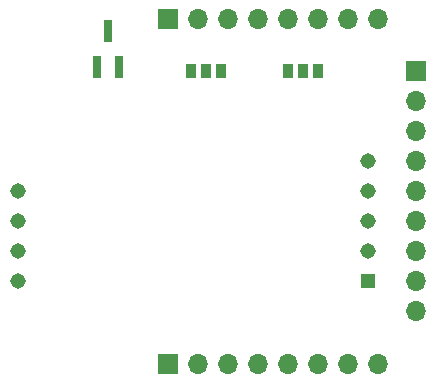
<source format=gts>
G04 #@! TF.FileFunction,Soldermask,Top*
%FSLAX46Y46*%
G04 Gerber Fmt 4.6, Leading zero omitted, Abs format (unit mm)*
G04 Created by KiCad (PCBNEW 4.0.7-e2-6376~58~ubuntu17.04.1) date Fri Oct  6 15:08:15 2017*
%MOMM*%
%LPD*%
G01*
G04 APERTURE LIST*
%ADD10C,0.100000*%
%ADD11R,1.308000X1.308000*%
%ADD12C,1.308000*%
%ADD13R,1.700000X1.700000*%
%ADD14O,1.700000X1.700000*%
%ADD15R,0.970000X1.270000*%
%ADD16R,0.800000X1.900000*%
G04 APERTURE END LIST*
D10*
D11*
X175641000Y-113665000D03*
D12*
X175641000Y-111125000D03*
X175641000Y-108585000D03*
X175641000Y-106045000D03*
X175641000Y-103505000D03*
X146050000Y-113665000D03*
X146050000Y-111125000D03*
X146050000Y-108585000D03*
X146050000Y-106045000D03*
D13*
X158750000Y-120650000D03*
D14*
X161290000Y-120650000D03*
X163830000Y-120650000D03*
X166370000Y-120650000D03*
X168910000Y-120650000D03*
X171450000Y-120650000D03*
X173990000Y-120650000D03*
X176530000Y-120650000D03*
D13*
X158750000Y-91440000D03*
D14*
X161290000Y-91440000D03*
X163830000Y-91440000D03*
X166370000Y-91440000D03*
X168910000Y-91440000D03*
X171450000Y-91440000D03*
X173990000Y-91440000D03*
X176530000Y-91440000D03*
D15*
X160655000Y-95885000D03*
X161925000Y-95885000D03*
X163195000Y-95885000D03*
X168910000Y-95885000D03*
X170180000Y-95885000D03*
X171450000Y-95885000D03*
D13*
X179705000Y-95885000D03*
D14*
X179705000Y-98425000D03*
X179705000Y-100965000D03*
X179705000Y-103505000D03*
X179705000Y-106045000D03*
X179705000Y-108585000D03*
X179705000Y-111125000D03*
X179705000Y-113665000D03*
X179705000Y-116205000D03*
D16*
X152720000Y-95480000D03*
X154620000Y-95480000D03*
X153670000Y-92480000D03*
M02*

</source>
